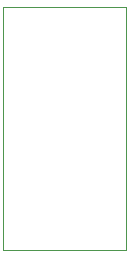
<source format=gbr>
%TF.GenerationSoftware,KiCad,Pcbnew,9.0.0*%
%TF.CreationDate,2025-04-12T16:27:57-07:00*%
%TF.ProjectId,OAI,4f41492e-6b69-4636-9164-5f7063625858,1*%
%TF.SameCoordinates,Original*%
%TF.FileFunction,Profile,NP*%
%FSLAX46Y46*%
G04 Gerber Fmt 4.6, Leading zero omitted, Abs format (unit mm)*
G04 Created by KiCad (PCBNEW 9.0.0) date 2025-04-12 16:27:57*
%MOMM*%
%LPD*%
G01*
G04 APERTURE LIST*
%TA.AperFunction,Profile*%
%ADD10C,0.050000*%
%TD*%
G04 APERTURE END LIST*
D10*
X125603000Y-74803000D02*
X136017000Y-74803000D01*
X136017000Y-95377000D01*
X125603000Y-95377000D01*
X125603000Y-74803000D01*
M02*

</source>
